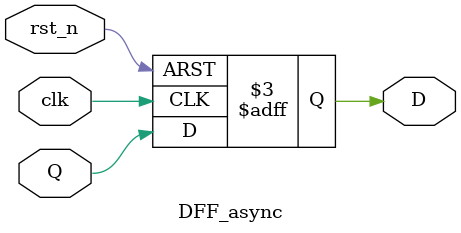
<source format=v>
`timescale 1ns / 1ps


module DFF_async #(
    parameter BIT = 1
)
(
    input clk,
    input rst_n,
    input [BIT-1:0] Q,
    output reg [BIT-1:0] D
    );
    
always @(posedge clk or negedge rst_n) begin
    if(~rst_n) begin
        D <= 0;
    end
    else begin
        D <= Q;
    end
end
endmodule

</source>
